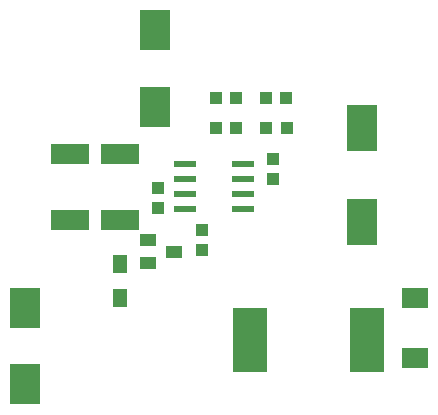
<source format=gbr>
G04 EAGLE Gerber RS-274X export*
G75*
%MOMM*%
%FSLAX34Y34*%
%LPD*%
%INSolderpaste Top*%
%IPPOS*%
%AMOC8*
5,1,8,0,0,1.08239X$1,22.5*%
G01*
%ADD10R,2.500000X3.500000*%
%ADD11R,2.500000X4.000000*%
%ADD12R,1.080000X1.050000*%
%ADD13R,1.100000X1.000000*%
%ADD14R,1.000000X1.100000*%
%ADD15R,3.200000X1.800000*%
%ADD16R,2.900000X5.400000*%
%ADD17R,1.968500X0.601900*%
%ADD18R,1.050000X1.080000*%
%ADD19R,2.200000X1.800000*%
%ADD20R,1.400000X1.000000*%
%ADD21R,1.200000X1.500000*%


D10*
X170000Y267500D03*
X170000Y332500D03*
D11*
X345000Y250000D03*
X345000Y170000D03*
D12*
X270000Y223750D03*
X270000Y206250D03*
D13*
X172500Y198500D03*
X172500Y181500D03*
D14*
X281000Y275000D03*
X264000Y275000D03*
D15*
X140000Y228000D03*
X140000Y172000D03*
D16*
X349500Y70000D03*
X250500Y70000D03*
D17*
X244734Y180950D03*
X244734Y193650D03*
X244734Y206350D03*
X244734Y219050D03*
X195266Y219050D03*
X195266Y206350D03*
X195266Y193650D03*
X195266Y180950D03*
D10*
X60000Y32500D03*
X60000Y97500D03*
D18*
X263750Y250000D03*
X281250Y250000D03*
D13*
X210000Y146500D03*
X210000Y163500D03*
D19*
X390000Y105500D03*
X390000Y54500D03*
D20*
X164000Y154500D03*
X186000Y145000D03*
X164000Y135500D03*
D21*
X140000Y105500D03*
X140000Y134500D03*
D15*
X97500Y228000D03*
X97500Y172000D03*
D14*
X238500Y275000D03*
X221500Y275000D03*
X221500Y250000D03*
X238500Y250000D03*
M02*

</source>
